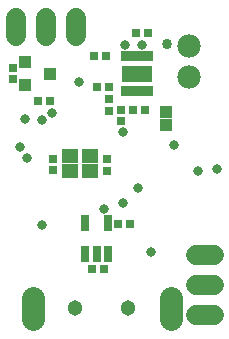
<source format=gbr>
G04 EAGLE Gerber X2 export*
G75*
%MOMM*%
%FSLAX34Y34*%
%LPD*%
%AMOC8*
5,1,8,0,0,1.08239X$1,22.5*%
G01*
%ADD10R,0.803200X0.803200*%
%ADD11C,1.727200*%
%ADD12C,1.981200*%
%ADD13R,2.553200X1.473200*%
%ADD14R,2.750000X0.850000*%
%ADD15R,1.403200X1.203200*%
%ADD16R,1.103200X1.053200*%
%ADD17C,1.981200*%
%ADD18C,1.303200*%
%ADD19C,1.003200*%
%ADD20R,1.103200X1.003200*%
%ADD21R,0.753200X1.403200*%
%ADD22C,0.858000*%
%ADD23C,0.808000*%


D10*
X123444Y244776D03*
X123444Y234776D03*
X77724Y245538D03*
X77724Y235538D03*
X132160Y190500D03*
X142160Y190500D03*
X120570Y152400D03*
X110570Y152400D03*
D11*
X45720Y349250D02*
X45720Y364490D01*
X71120Y364490D02*
X71120Y349250D01*
X96520Y349250D02*
X96520Y364490D01*
X198120Y163830D02*
X213360Y163830D01*
X213360Y138430D02*
X198120Y138430D01*
X198120Y113030D02*
X213360Y113030D01*
D12*
X192720Y314660D03*
X192720Y340660D03*
D13*
X148590Y317500D03*
D14*
X148590Y332250D03*
X148590Y302750D03*
D15*
X91830Y247800D03*
X108830Y247800D03*
X108830Y234800D03*
X91830Y234800D03*
D10*
X157400Y351790D03*
X147400Y351790D03*
D16*
X172720Y273600D03*
X172720Y285200D03*
D10*
X144860Y287020D03*
X154860Y287020D03*
X124380Y306070D03*
X114380Y306070D03*
X134620Y276940D03*
X134620Y286940D03*
X124460Y285830D03*
X124460Y295830D03*
D17*
X60118Y127274D02*
X60118Y109494D01*
X177118Y109494D02*
X177118Y127274D01*
D18*
X96118Y119084D03*
X141118Y119084D03*
D19*
X177118Y122384D03*
X177118Y126384D03*
X177118Y114384D03*
X177118Y110384D03*
X60118Y122384D03*
X60118Y126384D03*
X60118Y114384D03*
X60118Y110384D03*
D20*
X53500Y308000D03*
X53500Y327000D03*
X74500Y317500D03*
D10*
X43180Y312500D03*
X43180Y322500D03*
X64850Y294640D03*
X74850Y294640D03*
X111840Y332740D03*
X121840Y332740D03*
D21*
X123800Y164799D03*
X114300Y164799D03*
X104800Y164799D03*
X104800Y190801D03*
X123800Y190801D03*
D22*
X174244Y342392D03*
D23*
X160338Y166688D03*
X53975Y279400D03*
X49213Y255588D03*
X120650Y203200D03*
X138113Y341313D03*
X152400Y341313D03*
X68263Y277813D03*
X99568Y310706D03*
X136525Y268288D03*
X179388Y257175D03*
X76200Y284163D03*
X215900Y236538D03*
X200025Y234950D03*
X55563Y246063D03*
X68263Y188913D03*
X149225Y220663D03*
X136525Y207963D03*
M02*

</source>
